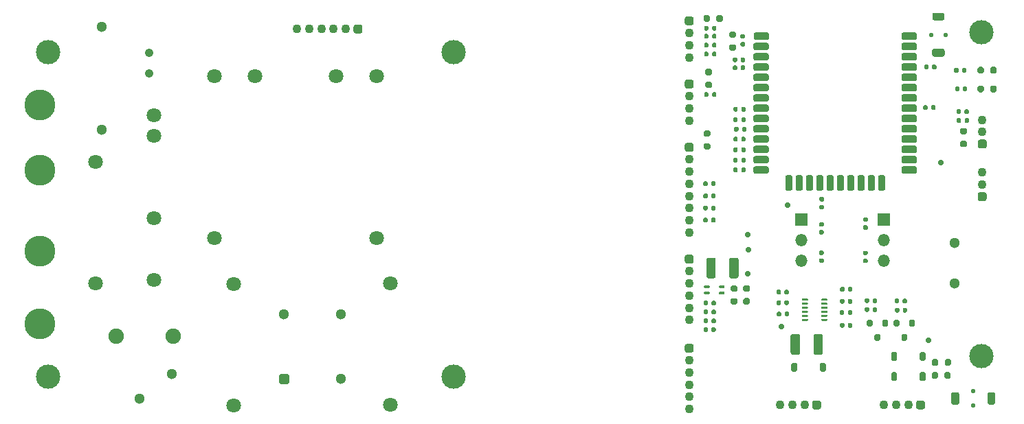
<source format=gbr>
G04 #@! TF.GenerationSoftware,KiCad,Pcbnew,(5.1.6)-1*
G04 #@! TF.CreationDate,2020-08-17T10:20:03+09:00*
G04 #@! TF.ProjectId,spot,73706f74-2e6b-4696-9361-645f70636258,rev?*
G04 #@! TF.SameCoordinates,PX1312d00PYb532b80*
G04 #@! TF.FileFunction,Soldermask,Top*
G04 #@! TF.FilePolarity,Negative*
%FSLAX46Y46*%
G04 Gerber Fmt 4.6, Leading zero omitted, Abs format (unit mm)*
G04 Created by KiCad (PCBNEW (5.1.6)-1) date 2020-08-17 10:20:03*
%MOMM*%
%LPD*%
G01*
G04 APERTURE LIST*
%ADD10C,3.800000*%
%ADD11C,0.700000*%
%ADD12C,1.100000*%
%ADD13C,1.300000*%
%ADD14C,1.800000*%
%ADD15C,3.000000*%
%ADD16C,1.900000*%
%ADD17C,1.050000*%
%ADD18C,0.550000*%
%ADD19O,1.500000X1.500000*%
%ADD20R,1.500000X1.500000*%
G04 APERTURE END LIST*
G36*
G01*
X97630000Y14557500D02*
X97630000Y14442500D01*
G75*
G02*
X97572500Y14385000I-57500J0D01*
G01*
X96927500Y14385000D01*
G75*
G02*
X96870000Y14442500I0J57500D01*
G01*
X96870000Y14557500D01*
G75*
G02*
X96927500Y14615000I57500J0D01*
G01*
X97572500Y14615000D01*
G75*
G02*
X97630000Y14557500I0J-57500D01*
G01*
G37*
G36*
G01*
X97630000Y15057500D02*
X97630000Y14942500D01*
G75*
G02*
X97572500Y14885000I-57500J0D01*
G01*
X96927500Y14885000D01*
G75*
G02*
X96870000Y14942500I0J57500D01*
G01*
X96870000Y15057500D01*
G75*
G02*
X96927500Y15115000I57500J0D01*
G01*
X97572500Y15115000D01*
G75*
G02*
X97630000Y15057500I0J-57500D01*
G01*
G37*
G36*
G01*
X97630000Y12557500D02*
X97630000Y12442500D01*
G75*
G02*
X97572500Y12385000I-57500J0D01*
G01*
X96927500Y12385000D01*
G75*
G02*
X96870000Y12442500I0J57500D01*
G01*
X96870000Y12557500D01*
G75*
G02*
X96927500Y12615000I57500J0D01*
G01*
X97572500Y12615000D01*
G75*
G02*
X97630000Y12557500I0J-57500D01*
G01*
G37*
G36*
G01*
X97630000Y14057500D02*
X97630000Y13942500D01*
G75*
G02*
X97572500Y13885000I-57500J0D01*
G01*
X96927500Y13885000D01*
G75*
G02*
X96870000Y13942500I0J57500D01*
G01*
X96870000Y14057500D01*
G75*
G02*
X96927500Y14115000I57500J0D01*
G01*
X97572500Y14115000D01*
G75*
G02*
X97630000Y14057500I0J-57500D01*
G01*
G37*
G36*
G01*
X97630000Y13557500D02*
X97630000Y13442500D01*
G75*
G02*
X97572500Y13385000I-57500J0D01*
G01*
X96927500Y13385000D01*
G75*
G02*
X96870000Y13442500I0J57500D01*
G01*
X96870000Y13557500D01*
G75*
G02*
X96927500Y13615000I57500J0D01*
G01*
X97572500Y13615000D01*
G75*
G02*
X97630000Y13557500I0J-57500D01*
G01*
G37*
G36*
G01*
X97630000Y13057500D02*
X97630000Y12942500D01*
G75*
G02*
X97572500Y12885000I-57500J0D01*
G01*
X96927500Y12885000D01*
G75*
G02*
X96870000Y12942500I0J57500D01*
G01*
X96870000Y13057500D01*
G75*
G02*
X96927500Y13115000I57500J0D01*
G01*
X97572500Y13115000D01*
G75*
G02*
X97630000Y13057500I0J-57500D01*
G01*
G37*
G36*
G01*
X100030000Y12557500D02*
X100030000Y12442500D01*
G75*
G02*
X99972500Y12385000I-57500J0D01*
G01*
X99327500Y12385000D01*
G75*
G02*
X99270000Y12442500I0J57500D01*
G01*
X99270000Y12557500D01*
G75*
G02*
X99327500Y12615000I57500J0D01*
G01*
X99972500Y12615000D01*
G75*
G02*
X100030000Y12557500I0J-57500D01*
G01*
G37*
G36*
G01*
X100030000Y14057500D02*
X100030000Y13942500D01*
G75*
G02*
X99972500Y13885000I-57500J0D01*
G01*
X99327500Y13885000D01*
G75*
G02*
X99270000Y13942500I0J57500D01*
G01*
X99270000Y14057500D01*
G75*
G02*
X99327500Y14115000I57500J0D01*
G01*
X99972500Y14115000D01*
G75*
G02*
X100030000Y14057500I0J-57500D01*
G01*
G37*
G36*
G01*
X100030000Y13057500D02*
X100030000Y12942500D01*
G75*
G02*
X99972500Y12885000I-57500J0D01*
G01*
X99327500Y12885000D01*
G75*
G02*
X99270000Y12942500I0J57500D01*
G01*
X99270000Y13057500D01*
G75*
G02*
X99327500Y13115000I57500J0D01*
G01*
X99972500Y13115000D01*
G75*
G02*
X100030000Y13057500I0J-57500D01*
G01*
G37*
G36*
G01*
X100030000Y14557500D02*
X100030000Y14442500D01*
G75*
G02*
X99972500Y14385000I-57500J0D01*
G01*
X99327500Y14385000D01*
G75*
G02*
X99270000Y14442500I0J57500D01*
G01*
X99270000Y14557500D01*
G75*
G02*
X99327500Y14615000I57500J0D01*
G01*
X99972500Y14615000D01*
G75*
G02*
X100030000Y14557500I0J-57500D01*
G01*
G37*
G36*
G01*
X100030000Y15057500D02*
X100030000Y14942500D01*
G75*
G02*
X99972500Y14885000I-57500J0D01*
G01*
X99327500Y14885000D01*
G75*
G02*
X99270000Y14942500I0J57500D01*
G01*
X99270000Y15057500D01*
G75*
G02*
X99327500Y15115000I57500J0D01*
G01*
X99972500Y15115000D01*
G75*
G02*
X100030000Y15057500I0J-57500D01*
G01*
G37*
G36*
G01*
X100030000Y13557500D02*
X100030000Y13442500D01*
G75*
G02*
X99972500Y13385000I-57500J0D01*
G01*
X99327500Y13385000D01*
G75*
G02*
X99270000Y13442500I0J57500D01*
G01*
X99270000Y13557500D01*
G75*
G02*
X99327500Y13615000I57500J0D01*
G01*
X99972500Y13615000D01*
G75*
G02*
X100030000Y13557500I0J-57500D01*
G01*
G37*
G36*
G01*
X105420000Y11660000D02*
X105060000Y11660000D01*
G75*
G02*
X104880000Y11840000I0J180000D01*
G01*
X104880000Y12350000D01*
G75*
G02*
X105060000Y12530000I180000J0D01*
G01*
X105420000Y12530000D01*
G75*
G02*
X105600000Y12350000I0J-180000D01*
G01*
X105600000Y11840000D01*
G75*
G02*
X105420000Y11660000I-180000J0D01*
G01*
G37*
G36*
G01*
X106370000Y9890000D02*
X106010000Y9890000D01*
G75*
G02*
X105830000Y10070000I0J180000D01*
G01*
X105830000Y10580000D01*
G75*
G02*
X106010000Y10760000I180000J0D01*
G01*
X106370000Y10760000D01*
G75*
G02*
X106550000Y10580000I0J-180000D01*
G01*
X106550000Y10070000D01*
G75*
G02*
X106370000Y9890000I-180000J0D01*
G01*
G37*
G36*
G01*
X107320000Y11660000D02*
X106960000Y11660000D01*
G75*
G02*
X106780000Y11840000I0J180000D01*
G01*
X106780000Y12350000D01*
G75*
G02*
X106960000Y12530000I180000J0D01*
G01*
X107320000Y12530000D01*
G75*
G02*
X107500000Y12350000I0J-180000D01*
G01*
X107500000Y11840000D01*
G75*
G02*
X107320000Y11660000I-180000J0D01*
G01*
G37*
D10*
X3000000Y31000000D03*
X3000000Y12000000D03*
X3000000Y39000000D03*
X3000000Y21000000D03*
G36*
G01*
X97595000Y30350000D02*
X98045000Y30350000D01*
G75*
G02*
X98270000Y30125000I0J-225000D01*
G01*
X98270000Y28675000D01*
G75*
G02*
X98045000Y28450000I-225000J0D01*
G01*
X97595000Y28450000D01*
G75*
G02*
X97370000Y28675000I0J225000D01*
G01*
X97370000Y30125000D01*
G75*
G02*
X97595000Y30350000I225000J0D01*
G01*
G37*
G36*
G01*
X105215000Y30350000D02*
X105665000Y30350000D01*
G75*
G02*
X105890000Y30125000I0J-225000D01*
G01*
X105890000Y28675000D01*
G75*
G02*
X105665000Y28450000I-225000J0D01*
G01*
X105215000Y28450000D01*
G75*
G02*
X104990000Y28675000I0J225000D01*
G01*
X104990000Y30125000D01*
G75*
G02*
X105215000Y30350000I225000J0D01*
G01*
G37*
G36*
G01*
X111050000Y31225000D02*
X111050000Y30775000D01*
G75*
G02*
X110825000Y30550000I-225000J0D01*
G01*
X109375000Y30550000D01*
G75*
G02*
X109150000Y30775000I0J225000D01*
G01*
X109150000Y31225000D01*
G75*
G02*
X109375000Y31450000I225000J0D01*
G01*
X110825000Y31450000D01*
G75*
G02*
X111050000Y31225000I0J-225000D01*
G01*
G37*
G36*
G01*
X111050000Y36305000D02*
X111050000Y35855000D01*
G75*
G02*
X110825000Y35630000I-225000J0D01*
G01*
X109375000Y35630000D01*
G75*
G02*
X109150000Y35855000I0J225000D01*
G01*
X109150000Y36305000D01*
G75*
G02*
X109375000Y36530000I225000J0D01*
G01*
X110825000Y36530000D01*
G75*
G02*
X111050000Y36305000I0J-225000D01*
G01*
G37*
G36*
G01*
X92800000Y41385000D02*
X92800000Y40935000D01*
G75*
G02*
X92575000Y40710000I-225000J0D01*
G01*
X91125000Y40710000D01*
G75*
G02*
X90900000Y40935000I0J225000D01*
G01*
X90900000Y41385000D01*
G75*
G02*
X91125000Y41610000I225000J0D01*
G01*
X92575000Y41610000D01*
G75*
G02*
X92800000Y41385000I0J-225000D01*
G01*
G37*
G36*
G01*
X92800000Y40115000D02*
X92800000Y39665000D01*
G75*
G02*
X92575000Y39440000I-225000J0D01*
G01*
X91125000Y39440000D01*
G75*
G02*
X90900000Y39665000I0J225000D01*
G01*
X90900000Y40115000D01*
G75*
G02*
X91125000Y40340000I225000J0D01*
G01*
X92575000Y40340000D01*
G75*
G02*
X92800000Y40115000I0J-225000D01*
G01*
G37*
G36*
G01*
X111050000Y38845000D02*
X111050000Y38395000D01*
G75*
G02*
X110825000Y38170000I-225000J0D01*
G01*
X109375000Y38170000D01*
G75*
G02*
X109150000Y38395000I0J225000D01*
G01*
X109150000Y38845000D01*
G75*
G02*
X109375000Y39070000I225000J0D01*
G01*
X110825000Y39070000D01*
G75*
G02*
X111050000Y38845000I0J-225000D01*
G01*
G37*
G36*
G01*
X92800000Y32495000D02*
X92800000Y32045000D01*
G75*
G02*
X92575000Y31820000I-225000J0D01*
G01*
X91125000Y31820000D01*
G75*
G02*
X90900000Y32045000I0J225000D01*
G01*
X90900000Y32495000D01*
G75*
G02*
X91125000Y32720000I225000J0D01*
G01*
X92575000Y32720000D01*
G75*
G02*
X92800000Y32495000I0J-225000D01*
G01*
G37*
G36*
G01*
X111050000Y43925000D02*
X111050000Y43475000D01*
G75*
G02*
X110825000Y43250000I-225000J0D01*
G01*
X109375000Y43250000D01*
G75*
G02*
X109150000Y43475000I0J225000D01*
G01*
X109150000Y43925000D01*
G75*
G02*
X109375000Y44150000I225000J0D01*
G01*
X110825000Y44150000D01*
G75*
G02*
X111050000Y43925000I0J-225000D01*
G01*
G37*
G36*
G01*
X111050000Y37575000D02*
X111050000Y37125000D01*
G75*
G02*
X110825000Y36900000I-225000J0D01*
G01*
X109375000Y36900000D01*
G75*
G02*
X109150000Y37125000I0J225000D01*
G01*
X109150000Y37575000D01*
G75*
G02*
X109375000Y37800000I225000J0D01*
G01*
X110825000Y37800000D01*
G75*
G02*
X111050000Y37575000I0J-225000D01*
G01*
G37*
G36*
G01*
X103945000Y30350000D02*
X104395000Y30350000D01*
G75*
G02*
X104620000Y30125000I0J-225000D01*
G01*
X104620000Y28675000D01*
G75*
G02*
X104395000Y28450000I-225000J0D01*
G01*
X103945000Y28450000D01*
G75*
G02*
X103720000Y28675000I0J225000D01*
G01*
X103720000Y30125000D01*
G75*
G02*
X103945000Y30350000I225000J0D01*
G01*
G37*
G36*
G01*
X95055000Y30350000D02*
X95505000Y30350000D01*
G75*
G02*
X95730000Y30125000I0J-225000D01*
G01*
X95730000Y28675000D01*
G75*
G02*
X95505000Y28450000I-225000J0D01*
G01*
X95055000Y28450000D01*
G75*
G02*
X94830000Y28675000I0J225000D01*
G01*
X94830000Y30125000D01*
G75*
G02*
X95055000Y30350000I225000J0D01*
G01*
G37*
G36*
G01*
X101405000Y30350000D02*
X101855000Y30350000D01*
G75*
G02*
X102080000Y30125000I0J-225000D01*
G01*
X102080000Y28675000D01*
G75*
G02*
X101855000Y28450000I-225000J0D01*
G01*
X101405000Y28450000D01*
G75*
G02*
X101180000Y28675000I0J225000D01*
G01*
X101180000Y30125000D01*
G75*
G02*
X101405000Y30350000I225000J0D01*
G01*
G37*
G36*
G01*
X92800000Y31225000D02*
X92800000Y30775000D01*
G75*
G02*
X92575000Y30550000I-225000J0D01*
G01*
X91125000Y30550000D01*
G75*
G02*
X90900000Y30775000I0J225000D01*
G01*
X90900000Y31225000D01*
G75*
G02*
X91125000Y31450000I225000J0D01*
G01*
X92575000Y31450000D01*
G75*
G02*
X92800000Y31225000I0J-225000D01*
G01*
G37*
G36*
G01*
X111050000Y47735000D02*
X111050000Y47285000D01*
G75*
G02*
X110825000Y47060000I-225000J0D01*
G01*
X109375000Y47060000D01*
G75*
G02*
X109150000Y47285000I0J225000D01*
G01*
X109150000Y47735000D01*
G75*
G02*
X109375000Y47960000I225000J0D01*
G01*
X110825000Y47960000D01*
G75*
G02*
X111050000Y47735000I0J-225000D01*
G01*
G37*
G36*
G01*
X92800000Y37575000D02*
X92800000Y37125000D01*
G75*
G02*
X92575000Y36900000I-225000J0D01*
G01*
X91125000Y36900000D01*
G75*
G02*
X90900000Y37125000I0J225000D01*
G01*
X90900000Y37575000D01*
G75*
G02*
X91125000Y37800000I225000J0D01*
G01*
X92575000Y37800000D01*
G75*
G02*
X92800000Y37575000I0J-225000D01*
G01*
G37*
G36*
G01*
X92850000Y47735000D02*
X92850000Y47285000D01*
G75*
G02*
X92625000Y47060000I-225000J0D01*
G01*
X91175000Y47060000D01*
G75*
G02*
X90950000Y47285000I0J225000D01*
G01*
X90950000Y47735000D01*
G75*
G02*
X91175000Y47960000I225000J0D01*
G01*
X92625000Y47960000D01*
G75*
G02*
X92850000Y47735000I0J-225000D01*
G01*
G37*
G36*
G01*
X111050000Y45195000D02*
X111050000Y44745000D01*
G75*
G02*
X110825000Y44520000I-225000J0D01*
G01*
X109375000Y44520000D01*
G75*
G02*
X109150000Y44745000I0J225000D01*
G01*
X109150000Y45195000D01*
G75*
G02*
X109375000Y45420000I225000J0D01*
G01*
X110825000Y45420000D01*
G75*
G02*
X111050000Y45195000I0J-225000D01*
G01*
G37*
G36*
G01*
X92800000Y43925000D02*
X92800000Y43475000D01*
G75*
G02*
X92575000Y43250000I-225000J0D01*
G01*
X91125000Y43250000D01*
G75*
G02*
X90900000Y43475000I0J225000D01*
G01*
X90900000Y43925000D01*
G75*
G02*
X91125000Y44150000I225000J0D01*
G01*
X92575000Y44150000D01*
G75*
G02*
X92800000Y43925000I0J-225000D01*
G01*
G37*
G36*
G01*
X92800000Y42655000D02*
X92800000Y42205000D01*
G75*
G02*
X92575000Y41980000I-225000J0D01*
G01*
X91125000Y41980000D01*
G75*
G02*
X90900000Y42205000I0J225000D01*
G01*
X90900000Y42655000D01*
G75*
G02*
X91125000Y42880000I225000J0D01*
G01*
X92575000Y42880000D01*
G75*
G02*
X92800000Y42655000I0J-225000D01*
G01*
G37*
G36*
G01*
X102675000Y30350000D02*
X103125000Y30350000D01*
G75*
G02*
X103350000Y30125000I0J-225000D01*
G01*
X103350000Y28675000D01*
G75*
G02*
X103125000Y28450000I-225000J0D01*
G01*
X102675000Y28450000D01*
G75*
G02*
X102450000Y28675000I0J225000D01*
G01*
X102450000Y30125000D01*
G75*
G02*
X102675000Y30350000I225000J0D01*
G01*
G37*
G36*
G01*
X92800000Y36305000D02*
X92800000Y35855000D01*
G75*
G02*
X92575000Y35630000I-225000J0D01*
G01*
X91125000Y35630000D01*
G75*
G02*
X90900000Y35855000I0J225000D01*
G01*
X90900000Y36305000D01*
G75*
G02*
X91125000Y36530000I225000J0D01*
G01*
X92575000Y36530000D01*
G75*
G02*
X92800000Y36305000I0J-225000D01*
G01*
G37*
G36*
G01*
X111050000Y42655000D02*
X111050000Y42205000D01*
G75*
G02*
X110825000Y41980000I-225000J0D01*
G01*
X109375000Y41980000D01*
G75*
G02*
X109150000Y42205000I0J225000D01*
G01*
X109150000Y42655000D01*
G75*
G02*
X109375000Y42880000I225000J0D01*
G01*
X110825000Y42880000D01*
G75*
G02*
X111050000Y42655000I0J-225000D01*
G01*
G37*
G36*
G01*
X92800000Y45195000D02*
X92800000Y44745000D01*
G75*
G02*
X92575000Y44520000I-225000J0D01*
G01*
X91125000Y44520000D01*
G75*
G02*
X90900000Y44745000I0J225000D01*
G01*
X90900000Y45195000D01*
G75*
G02*
X91125000Y45420000I225000J0D01*
G01*
X92575000Y45420000D01*
G75*
G02*
X92800000Y45195000I0J-225000D01*
G01*
G37*
G36*
G01*
X92800000Y38845000D02*
X92800000Y38395000D01*
G75*
G02*
X92575000Y38170000I-225000J0D01*
G01*
X91125000Y38170000D01*
G75*
G02*
X90900000Y38395000I0J225000D01*
G01*
X90900000Y38845000D01*
G75*
G02*
X91125000Y39070000I225000J0D01*
G01*
X92575000Y39070000D01*
G75*
G02*
X92800000Y38845000I0J-225000D01*
G01*
G37*
G36*
G01*
X111050000Y40115000D02*
X111050000Y39665000D01*
G75*
G02*
X110825000Y39440000I-225000J0D01*
G01*
X109375000Y39440000D01*
G75*
G02*
X109150000Y39665000I0J225000D01*
G01*
X109150000Y40115000D01*
G75*
G02*
X109375000Y40340000I225000J0D01*
G01*
X110825000Y40340000D01*
G75*
G02*
X111050000Y40115000I0J-225000D01*
G01*
G37*
G36*
G01*
X100135000Y30350000D02*
X100585000Y30350000D01*
G75*
G02*
X100810000Y30125000I0J-225000D01*
G01*
X100810000Y28675000D01*
G75*
G02*
X100585000Y28450000I-225000J0D01*
G01*
X100135000Y28450000D01*
G75*
G02*
X99910000Y28675000I0J225000D01*
G01*
X99910000Y30125000D01*
G75*
G02*
X100135000Y30350000I225000J0D01*
G01*
G37*
G36*
G01*
X111050000Y32495000D02*
X111050000Y32045000D01*
G75*
G02*
X110825000Y31820000I-225000J0D01*
G01*
X109375000Y31820000D01*
G75*
G02*
X109150000Y32045000I0J225000D01*
G01*
X109150000Y32495000D01*
G75*
G02*
X109375000Y32720000I225000J0D01*
G01*
X110825000Y32720000D01*
G75*
G02*
X111050000Y32495000I0J-225000D01*
G01*
G37*
G36*
G01*
X92800000Y33765000D02*
X92800000Y33315000D01*
G75*
G02*
X92575000Y33090000I-225000J0D01*
G01*
X91125000Y33090000D01*
G75*
G02*
X90900000Y33315000I0J225000D01*
G01*
X90900000Y33765000D01*
G75*
G02*
X91125000Y33990000I225000J0D01*
G01*
X92575000Y33990000D01*
G75*
G02*
X92800000Y33765000I0J-225000D01*
G01*
G37*
G36*
G01*
X111050000Y35035000D02*
X111050000Y34585000D01*
G75*
G02*
X110825000Y34360000I-225000J0D01*
G01*
X109375000Y34360000D01*
G75*
G02*
X109150000Y34585000I0J225000D01*
G01*
X109150000Y35035000D01*
G75*
G02*
X109375000Y35260000I225000J0D01*
G01*
X110825000Y35260000D01*
G75*
G02*
X111050000Y35035000I0J-225000D01*
G01*
G37*
G36*
G01*
X111050000Y33765000D02*
X111050000Y33315000D01*
G75*
G02*
X110825000Y33090000I-225000J0D01*
G01*
X109375000Y33090000D01*
G75*
G02*
X109150000Y33315000I0J225000D01*
G01*
X109150000Y33765000D01*
G75*
G02*
X109375000Y33990000I225000J0D01*
G01*
X110825000Y33990000D01*
G75*
G02*
X111050000Y33765000I0J-225000D01*
G01*
G37*
G36*
G01*
X111050000Y46465000D02*
X111050000Y46015000D01*
G75*
G02*
X110825000Y45790000I-225000J0D01*
G01*
X109375000Y45790000D01*
G75*
G02*
X109150000Y46015000I0J225000D01*
G01*
X109150000Y46465000D01*
G75*
G02*
X109375000Y46690000I225000J0D01*
G01*
X110825000Y46690000D01*
G75*
G02*
X111050000Y46465000I0J-225000D01*
G01*
G37*
G36*
G01*
X98865000Y30350000D02*
X99315000Y30350000D01*
G75*
G02*
X99540000Y30125000I0J-225000D01*
G01*
X99540000Y28675000D01*
G75*
G02*
X99315000Y28450000I-225000J0D01*
G01*
X98865000Y28450000D01*
G75*
G02*
X98640000Y28675000I0J225000D01*
G01*
X98640000Y30125000D01*
G75*
G02*
X98865000Y30350000I225000J0D01*
G01*
G37*
G36*
G01*
X106485000Y30350000D02*
X106935000Y30350000D01*
G75*
G02*
X107160000Y30125000I0J-225000D01*
G01*
X107160000Y28675000D01*
G75*
G02*
X106935000Y28450000I-225000J0D01*
G01*
X106485000Y28450000D01*
G75*
G02*
X106260000Y28675000I0J225000D01*
G01*
X106260000Y30125000D01*
G75*
G02*
X106485000Y30350000I225000J0D01*
G01*
G37*
G36*
G01*
X92800000Y35035000D02*
X92800000Y34585000D01*
G75*
G02*
X92575000Y34360000I-225000J0D01*
G01*
X91125000Y34360000D01*
G75*
G02*
X90900000Y34585000I0J225000D01*
G01*
X90900000Y35035000D01*
G75*
G02*
X91125000Y35260000I225000J0D01*
G01*
X92575000Y35260000D01*
G75*
G02*
X92800000Y35035000I0J-225000D01*
G01*
G37*
G36*
G01*
X92800000Y46465000D02*
X92800000Y46015000D01*
G75*
G02*
X92575000Y45790000I-225000J0D01*
G01*
X91125000Y45790000D01*
G75*
G02*
X90900000Y46015000I0J225000D01*
G01*
X90900000Y46465000D01*
G75*
G02*
X91125000Y46690000I225000J0D01*
G01*
X92575000Y46690000D01*
G75*
G02*
X92800000Y46465000I0J-225000D01*
G01*
G37*
G36*
G01*
X96325000Y30350000D02*
X96775000Y30350000D01*
G75*
G02*
X97000000Y30125000I0J-225000D01*
G01*
X97000000Y28675000D01*
G75*
G02*
X96775000Y28450000I-225000J0D01*
G01*
X96325000Y28450000D01*
G75*
G02*
X96100000Y28675000I0J225000D01*
G01*
X96100000Y30125000D01*
G75*
G02*
X96325000Y30350000I225000J0D01*
G01*
G37*
G36*
G01*
X111050000Y41385000D02*
X111050000Y40935000D01*
G75*
G02*
X110825000Y40710000I-225000J0D01*
G01*
X109375000Y40710000D01*
G75*
G02*
X109150000Y40935000I0J225000D01*
G01*
X109150000Y41385000D01*
G75*
G02*
X109375000Y41610000I225000J0D01*
G01*
X110825000Y41610000D01*
G75*
G02*
X111050000Y41385000I0J-225000D01*
G01*
G37*
D11*
X95100000Y26650000D03*
G36*
G01*
X88581250Y47300000D02*
X88118750Y47300000D01*
G75*
G02*
X87925000Y47493750I0J193750D01*
G01*
X87925000Y47881250D01*
G75*
G02*
X88118750Y48075000I193750J0D01*
G01*
X88581250Y48075000D01*
G75*
G02*
X88775000Y47881250I0J-193750D01*
G01*
X88775000Y47493750D01*
G75*
G02*
X88581250Y47300000I-193750J0D01*
G01*
G37*
G36*
G01*
X88581250Y45725000D02*
X88118750Y45725000D01*
G75*
G02*
X87925000Y45918750I0J193750D01*
G01*
X87925000Y46306250D01*
G75*
G02*
X88118750Y46500000I193750J0D01*
G01*
X88581250Y46500000D01*
G75*
G02*
X88775000Y46306250I0J-193750D01*
G01*
X88775000Y45918750D01*
G75*
G02*
X88581250Y45725000I-193750J0D01*
G01*
G37*
G36*
G01*
X86280000Y11460000D02*
X86280000Y11140000D01*
G75*
G02*
X86145000Y11005000I-135000J0D01*
G01*
X85875000Y11005000D01*
G75*
G02*
X85740000Y11140000I0J135000D01*
G01*
X85740000Y11460000D01*
G75*
G02*
X85875000Y11595000I135000J0D01*
G01*
X86145000Y11595000D01*
G75*
G02*
X86280000Y11460000I0J-135000D01*
G01*
G37*
G36*
G01*
X85310000Y11460000D02*
X85310000Y11140000D01*
G75*
G02*
X85175000Y11005000I-135000J0D01*
G01*
X84905000Y11005000D01*
G75*
G02*
X84770000Y11140000I0J135000D01*
G01*
X84770000Y11460000D01*
G75*
G02*
X84905000Y11595000I135000J0D01*
G01*
X85175000Y11595000D01*
G75*
G02*
X85310000Y11460000I0J-135000D01*
G01*
G37*
X113975000Y31950000D03*
X94325000Y11675000D03*
X90250000Y23000000D03*
X90200000Y18200000D03*
X112500000Y10000000D03*
X90300000Y21125000D03*
G36*
G01*
X119300000Y41231250D02*
X119300000Y40768750D01*
G75*
G02*
X119106250Y40575000I-193750J0D01*
G01*
X118718750Y40575000D01*
G75*
G02*
X118525000Y40768750I0J193750D01*
G01*
X118525000Y41231250D01*
G75*
G02*
X118718750Y41425000I193750J0D01*
G01*
X119106250Y41425000D01*
G75*
G02*
X119300000Y41231250I0J-193750D01*
G01*
G37*
G36*
G01*
X120875000Y41231250D02*
X120875000Y40768750D01*
G75*
G02*
X120681250Y40575000I-193750J0D01*
G01*
X120293750Y40575000D01*
G75*
G02*
X120100000Y40768750I0J193750D01*
G01*
X120100000Y41231250D01*
G75*
G02*
X120293750Y41425000I193750J0D01*
G01*
X120681250Y41425000D01*
G75*
G02*
X120875000Y41231250I0J-193750D01*
G01*
G37*
G36*
G01*
X119300000Y43531250D02*
X119300000Y43068750D01*
G75*
G02*
X119106250Y42875000I-193750J0D01*
G01*
X118718750Y42875000D01*
G75*
G02*
X118525000Y43068750I0J193750D01*
G01*
X118525000Y43531250D01*
G75*
G02*
X118718750Y43725000I193750J0D01*
G01*
X119106250Y43725000D01*
G75*
G02*
X119300000Y43531250I0J-193750D01*
G01*
G37*
G36*
G01*
X120875000Y43531250D02*
X120875000Y43068750D01*
G75*
G02*
X120681250Y42875000I-193750J0D01*
G01*
X120293750Y42875000D01*
G75*
G02*
X120100000Y43068750I0J193750D01*
G01*
X120100000Y43531250D01*
G75*
G02*
X120293750Y43725000I193750J0D01*
G01*
X120681250Y43725000D01*
G75*
G02*
X120875000Y43531250I0J-193750D01*
G01*
G37*
G36*
G01*
X95305000Y13385000D02*
X95305000Y13065000D01*
G75*
G02*
X95170000Y12930000I-135000J0D01*
G01*
X94900000Y12930000D01*
G75*
G02*
X94765000Y13065000I0J135000D01*
G01*
X94765000Y13385000D01*
G75*
G02*
X94900000Y13520000I135000J0D01*
G01*
X95170000Y13520000D01*
G75*
G02*
X95305000Y13385000I0J-135000D01*
G01*
G37*
G36*
G01*
X94335000Y13385000D02*
X94335000Y13065000D01*
G75*
G02*
X94200000Y12930000I-135000J0D01*
G01*
X93930000Y12930000D01*
G75*
G02*
X93795000Y13065000I0J135000D01*
G01*
X93795000Y13385000D01*
G75*
G02*
X93930000Y13520000I135000J0D01*
G01*
X94200000Y13520000D01*
G75*
G02*
X94335000Y13385000I0J-135000D01*
G01*
G37*
G36*
G01*
X103085000Y11995000D02*
X103085000Y11675000D01*
G75*
G02*
X102950000Y11540000I-135000J0D01*
G01*
X102680000Y11540000D01*
G75*
G02*
X102545000Y11675000I0J135000D01*
G01*
X102545000Y11995000D01*
G75*
G02*
X102680000Y12130000I135000J0D01*
G01*
X102950000Y12130000D01*
G75*
G02*
X103085000Y11995000I0J-135000D01*
G01*
G37*
G36*
G01*
X102115000Y11995000D02*
X102115000Y11675000D01*
G75*
G02*
X101980000Y11540000I-135000J0D01*
G01*
X101710000Y11540000D01*
G75*
G02*
X101575000Y11675000I0J135000D01*
G01*
X101575000Y11995000D01*
G75*
G02*
X101710000Y12130000I135000J0D01*
G01*
X101980000Y12130000D01*
G75*
G02*
X102115000Y11995000I0J-135000D01*
G01*
G37*
G36*
G01*
X103075000Y13560000D02*
X103075000Y13240000D01*
G75*
G02*
X102940000Y13105000I-135000J0D01*
G01*
X102670000Y13105000D01*
G75*
G02*
X102535000Y13240000I0J135000D01*
G01*
X102535000Y13560000D01*
G75*
G02*
X102670000Y13695000I135000J0D01*
G01*
X102940000Y13695000D01*
G75*
G02*
X103075000Y13560000I0J-135000D01*
G01*
G37*
G36*
G01*
X102105000Y13560000D02*
X102105000Y13240000D01*
G75*
G02*
X101970000Y13105000I-135000J0D01*
G01*
X101700000Y13105000D01*
G75*
G02*
X101565000Y13240000I0J135000D01*
G01*
X101565000Y13560000D01*
G75*
G02*
X101700000Y13695000I135000J0D01*
G01*
X101970000Y13695000D01*
G75*
G02*
X102105000Y13560000I0J-135000D01*
G01*
G37*
G36*
G01*
X103095000Y14960000D02*
X103095000Y14640000D01*
G75*
G02*
X102960000Y14505000I-135000J0D01*
G01*
X102690000Y14505000D01*
G75*
G02*
X102555000Y14640000I0J135000D01*
G01*
X102555000Y14960000D01*
G75*
G02*
X102690000Y15095000I135000J0D01*
G01*
X102960000Y15095000D01*
G75*
G02*
X103095000Y14960000I0J-135000D01*
G01*
G37*
G36*
G01*
X102125000Y14960000D02*
X102125000Y14640000D01*
G75*
G02*
X101990000Y14505000I-135000J0D01*
G01*
X101720000Y14505000D01*
G75*
G02*
X101585000Y14640000I0J135000D01*
G01*
X101585000Y14960000D01*
G75*
G02*
X101720000Y15095000I135000J0D01*
G01*
X101990000Y15095000D01*
G75*
G02*
X102125000Y14960000I0J-135000D01*
G01*
G37*
G36*
G01*
X101595000Y16120000D02*
X101595000Y16440000D01*
G75*
G02*
X101730000Y16575000I135000J0D01*
G01*
X102000000Y16575000D01*
G75*
G02*
X102135000Y16440000I0J-135000D01*
G01*
X102135000Y16120000D01*
G75*
G02*
X102000000Y15985000I-135000J0D01*
G01*
X101730000Y15985000D01*
G75*
G02*
X101595000Y16120000I0J135000D01*
G01*
G37*
G36*
G01*
X102565000Y16120000D02*
X102565000Y16440000D01*
G75*
G02*
X102700000Y16575000I135000J0D01*
G01*
X102970000Y16575000D01*
G75*
G02*
X103105000Y16440000I0J-135000D01*
G01*
X103105000Y16120000D01*
G75*
G02*
X102970000Y15985000I-135000J0D01*
G01*
X102700000Y15985000D01*
G75*
G02*
X102565000Y16120000I0J135000D01*
G01*
G37*
G36*
G01*
X108345000Y13540000D02*
X108345000Y13860000D01*
G75*
G02*
X108480000Y13995000I135000J0D01*
G01*
X108750000Y13995000D01*
G75*
G02*
X108885000Y13860000I0J-135000D01*
G01*
X108885000Y13540000D01*
G75*
G02*
X108750000Y13405000I-135000J0D01*
G01*
X108480000Y13405000D01*
G75*
G02*
X108345000Y13540000I0J135000D01*
G01*
G37*
G36*
G01*
X109315000Y13540000D02*
X109315000Y13860000D01*
G75*
G02*
X109450000Y13995000I135000J0D01*
G01*
X109720000Y13995000D01*
G75*
G02*
X109855000Y13860000I0J-135000D01*
G01*
X109855000Y13540000D01*
G75*
G02*
X109720000Y13405000I-135000J0D01*
G01*
X109450000Y13405000D01*
G75*
G02*
X109315000Y13540000I0J135000D01*
G01*
G37*
G36*
G01*
X104645000Y13615000D02*
X104645000Y13935000D01*
G75*
G02*
X104780000Y14070000I135000J0D01*
G01*
X105050000Y14070000D01*
G75*
G02*
X105185000Y13935000I0J-135000D01*
G01*
X105185000Y13615000D01*
G75*
G02*
X105050000Y13480000I-135000J0D01*
G01*
X104780000Y13480000D01*
G75*
G02*
X104645000Y13615000I0J135000D01*
G01*
G37*
G36*
G01*
X105615000Y13615000D02*
X105615000Y13935000D01*
G75*
G02*
X105750000Y14070000I135000J0D01*
G01*
X106020000Y14070000D01*
G75*
G02*
X106155000Y13935000I0J-135000D01*
G01*
X106155000Y13615000D01*
G75*
G02*
X106020000Y13480000I-135000J0D01*
G01*
X105750000Y13480000D01*
G75*
G02*
X105615000Y13615000I0J135000D01*
G01*
G37*
G36*
G01*
X108320000Y14665000D02*
X108320000Y14985000D01*
G75*
G02*
X108455000Y15120000I135000J0D01*
G01*
X108725000Y15120000D01*
G75*
G02*
X108860000Y14985000I0J-135000D01*
G01*
X108860000Y14665000D01*
G75*
G02*
X108725000Y14530000I-135000J0D01*
G01*
X108455000Y14530000D01*
G75*
G02*
X108320000Y14665000I0J135000D01*
G01*
G37*
G36*
G01*
X109290000Y14665000D02*
X109290000Y14985000D01*
G75*
G02*
X109425000Y15120000I135000J0D01*
G01*
X109695000Y15120000D01*
G75*
G02*
X109830000Y14985000I0J-135000D01*
G01*
X109830000Y14665000D01*
G75*
G02*
X109695000Y14530000I-135000J0D01*
G01*
X109425000Y14530000D01*
G75*
G02*
X109290000Y14665000I0J135000D01*
G01*
G37*
G36*
G01*
X104645000Y14715000D02*
X104645000Y15035000D01*
G75*
G02*
X104780000Y15170000I135000J0D01*
G01*
X105050000Y15170000D01*
G75*
G02*
X105185000Y15035000I0J-135000D01*
G01*
X105185000Y14715000D01*
G75*
G02*
X105050000Y14580000I-135000J0D01*
G01*
X104780000Y14580000D01*
G75*
G02*
X104645000Y14715000I0J135000D01*
G01*
G37*
G36*
G01*
X105615000Y14715000D02*
X105615000Y15035000D01*
G75*
G02*
X105750000Y15170000I135000J0D01*
G01*
X106020000Y15170000D01*
G75*
G02*
X106155000Y15035000I0J-135000D01*
G01*
X106155000Y14715000D01*
G75*
G02*
X106020000Y14580000I-135000J0D01*
G01*
X105750000Y14580000D01*
G75*
G02*
X105615000Y14715000I0J135000D01*
G01*
G37*
G36*
G01*
X88445000Y33340000D02*
X88445000Y33660000D01*
G75*
G02*
X88580000Y33795000I135000J0D01*
G01*
X88850000Y33795000D01*
G75*
G02*
X88985000Y33660000I0J-135000D01*
G01*
X88985000Y33340000D01*
G75*
G02*
X88850000Y33205000I-135000J0D01*
G01*
X88580000Y33205000D01*
G75*
G02*
X88445000Y33340000I0J135000D01*
G01*
G37*
G36*
G01*
X89415000Y33340000D02*
X89415000Y33660000D01*
G75*
G02*
X89550000Y33795000I135000J0D01*
G01*
X89820000Y33795000D01*
G75*
G02*
X89955000Y33660000I0J-135000D01*
G01*
X89955000Y33340000D01*
G75*
G02*
X89820000Y33205000I-135000J0D01*
G01*
X89550000Y33205000D01*
G75*
G02*
X89415000Y33340000I0J135000D01*
G01*
G37*
G36*
G01*
X88445000Y34640000D02*
X88445000Y34960000D01*
G75*
G02*
X88580000Y35095000I135000J0D01*
G01*
X88850000Y35095000D01*
G75*
G02*
X88985000Y34960000I0J-135000D01*
G01*
X88985000Y34640000D01*
G75*
G02*
X88850000Y34505000I-135000J0D01*
G01*
X88580000Y34505000D01*
G75*
G02*
X88445000Y34640000I0J135000D01*
G01*
G37*
G36*
G01*
X89415000Y34640000D02*
X89415000Y34960000D01*
G75*
G02*
X89550000Y35095000I135000J0D01*
G01*
X89820000Y35095000D01*
G75*
G02*
X89955000Y34960000I0J-135000D01*
G01*
X89955000Y34640000D01*
G75*
G02*
X89820000Y34505000I-135000J0D01*
G01*
X89550000Y34505000D01*
G75*
G02*
X89415000Y34640000I0J135000D01*
G01*
G37*
G36*
G01*
X113675000Y7481250D02*
X113675000Y7018750D01*
G75*
G02*
X113481250Y6825000I-193750J0D01*
G01*
X113093750Y6825000D01*
G75*
G02*
X112900000Y7018750I0J193750D01*
G01*
X112900000Y7481250D01*
G75*
G02*
X113093750Y7675000I193750J0D01*
G01*
X113481250Y7675000D01*
G75*
G02*
X113675000Y7481250I0J-193750D01*
G01*
G37*
G36*
G01*
X115250000Y7481250D02*
X115250000Y7018750D01*
G75*
G02*
X115056250Y6825000I-193750J0D01*
G01*
X114668750Y6825000D01*
G75*
G02*
X114475000Y7018750I0J193750D01*
G01*
X114475000Y7481250D01*
G75*
G02*
X114668750Y7675000I193750J0D01*
G01*
X115056250Y7675000D01*
G75*
G02*
X115250000Y7481250I0J-193750D01*
G01*
G37*
G36*
G01*
X113650000Y5881250D02*
X113650000Y5418750D01*
G75*
G02*
X113456250Y5225000I-193750J0D01*
G01*
X113068750Y5225000D01*
G75*
G02*
X112875000Y5418750I0J193750D01*
G01*
X112875000Y5881250D01*
G75*
G02*
X113068750Y6075000I193750J0D01*
G01*
X113456250Y6075000D01*
G75*
G02*
X113650000Y5881250I0J-193750D01*
G01*
G37*
G36*
G01*
X115225000Y5881250D02*
X115225000Y5418750D01*
G75*
G02*
X115031250Y5225000I-193750J0D01*
G01*
X114643750Y5225000D01*
G75*
G02*
X114450000Y5418750I0J193750D01*
G01*
X114450000Y5881250D01*
G75*
G02*
X114643750Y6075000I193750J0D01*
G01*
X115031250Y6075000D01*
G75*
G02*
X115225000Y5881250I0J-193750D01*
G01*
G37*
G36*
G01*
X90306250Y15990000D02*
X89843750Y15990000D01*
G75*
G02*
X89650000Y16183750I0J193750D01*
G01*
X89650000Y16571250D01*
G75*
G02*
X89843750Y16765000I193750J0D01*
G01*
X90306250Y16765000D01*
G75*
G02*
X90500000Y16571250I0J-193750D01*
G01*
X90500000Y16183750D01*
G75*
G02*
X90306250Y15990000I-193750J0D01*
G01*
G37*
G36*
G01*
X90306250Y14415000D02*
X89843750Y14415000D01*
G75*
G02*
X89650000Y14608750I0J193750D01*
G01*
X89650000Y14996250D01*
G75*
G02*
X89843750Y15190000I193750J0D01*
G01*
X90306250Y15190000D01*
G75*
G02*
X90500000Y14996250I0J-193750D01*
G01*
X90500000Y14608750D01*
G75*
G02*
X90306250Y14415000I-193750J0D01*
G01*
G37*
G36*
G01*
X108735000Y11670000D02*
X108375000Y11670000D01*
G75*
G02*
X108195000Y11850000I0J180000D01*
G01*
X108195000Y12360000D01*
G75*
G02*
X108375000Y12540000I180000J0D01*
G01*
X108735000Y12540000D01*
G75*
G02*
X108915000Y12360000I0J-180000D01*
G01*
X108915000Y11850000D01*
G75*
G02*
X108735000Y11670000I-180000J0D01*
G01*
G37*
G36*
G01*
X109685000Y9900000D02*
X109325000Y9900000D01*
G75*
G02*
X109145000Y10080000I0J180000D01*
G01*
X109145000Y10590000D01*
G75*
G02*
X109325000Y10770000I180000J0D01*
G01*
X109685000Y10770000D01*
G75*
G02*
X109865000Y10590000I0J-180000D01*
G01*
X109865000Y10080000D01*
G75*
G02*
X109685000Y9900000I-180000J0D01*
G01*
G37*
G36*
G01*
X110635000Y11670000D02*
X110275000Y11670000D01*
G75*
G02*
X110095000Y11850000I0J180000D01*
G01*
X110095000Y12360000D01*
G75*
G02*
X110275000Y12540000I180000J0D01*
G01*
X110635000Y12540000D01*
G75*
G02*
X110815000Y12360000I0J-180000D01*
G01*
X110815000Y11850000D01*
G75*
G02*
X110635000Y11670000I-180000J0D01*
G01*
G37*
D12*
X107000000Y2000000D03*
G36*
G01*
X112050000Y2275000D02*
X112050000Y1725000D01*
G75*
G02*
X111775000Y1450000I-275000J0D01*
G01*
X111225000Y1450000D01*
G75*
G02*
X110950000Y1725000I0J275000D01*
G01*
X110950000Y2275000D01*
G75*
G02*
X111225000Y2550000I275000J0D01*
G01*
X111775000Y2550000D01*
G75*
G02*
X112050000Y2275000I0J-275000D01*
G01*
G37*
X110000000Y2000000D03*
X108500000Y2000000D03*
G36*
G01*
X96137500Y6100000D02*
X95762500Y6100000D01*
G75*
G02*
X95575000Y6287500I0J187500D01*
G01*
X95575000Y7012500D01*
G75*
G02*
X95762500Y7200000I187500J0D01*
G01*
X96137500Y7200000D01*
G75*
G02*
X96325000Y7012500I0J-187500D01*
G01*
X96325000Y6287500D01*
G75*
G02*
X96137500Y6100000I-187500J0D01*
G01*
G37*
G36*
G01*
X99262500Y7200000D02*
X99637500Y7200000D01*
G75*
G02*
X99825000Y7012500I0J-187500D01*
G01*
X99825000Y6287500D01*
G75*
G02*
X99637500Y6100000I-187500J0D01*
G01*
X99262500Y6100000D01*
G75*
G02*
X99075000Y6287500I0J187500D01*
G01*
X99075000Y7012500D01*
G75*
G02*
X99262500Y7200000I187500J0D01*
G01*
G37*
G36*
G01*
X111562500Y8550000D02*
X111937500Y8550000D01*
G75*
G02*
X112125000Y8362500I0J-187500D01*
G01*
X112125000Y7637500D01*
G75*
G02*
X111937500Y7450000I-187500J0D01*
G01*
X111562500Y7450000D01*
G75*
G02*
X111375000Y7637500I0J187500D01*
G01*
X111375000Y8362500D01*
G75*
G02*
X111562500Y8550000I187500J0D01*
G01*
G37*
G36*
G01*
X108437500Y7450000D02*
X108062500Y7450000D01*
G75*
G02*
X107875000Y7637500I0J187500D01*
G01*
X107875000Y8362500D01*
G75*
G02*
X108062500Y8550000I187500J0D01*
G01*
X108437500Y8550000D01*
G75*
G02*
X108625000Y8362500I0J-187500D01*
G01*
X108625000Y7637500D01*
G75*
G02*
X108437500Y7450000I-187500J0D01*
G01*
G37*
G36*
G01*
X111562500Y6050000D02*
X111937500Y6050000D01*
G75*
G02*
X112125000Y5862500I0J-187500D01*
G01*
X112125000Y5137500D01*
G75*
G02*
X111937500Y4950000I-187500J0D01*
G01*
X111562500Y4950000D01*
G75*
G02*
X111375000Y5137500I0J187500D01*
G01*
X111375000Y5862500D01*
G75*
G02*
X111562500Y6050000I187500J0D01*
G01*
G37*
G36*
G01*
X108437500Y4950000D02*
X108062500Y4950000D01*
G75*
G02*
X107875000Y5137500I0J187500D01*
G01*
X107875000Y5862500D01*
G75*
G02*
X108062500Y6050000I187500J0D01*
G01*
X108437500Y6050000D01*
G75*
G02*
X108625000Y5862500I0J-187500D01*
G01*
X108625000Y5137500D01*
G75*
G02*
X108437500Y4950000I-187500J0D01*
G01*
G37*
G36*
G01*
X99450000Y10520000D02*
X99450000Y8430000D01*
G75*
G02*
X99220000Y8200000I-230000J0D01*
G01*
X98530000Y8200000D01*
G75*
G02*
X98300000Y8430000I0J230000D01*
G01*
X98300000Y10520000D01*
G75*
G02*
X98530000Y10750000I230000J0D01*
G01*
X99220000Y10750000D01*
G75*
G02*
X99450000Y10520000I0J-230000D01*
G01*
G37*
G36*
G01*
X96650000Y10520000D02*
X96650000Y8430000D01*
G75*
G02*
X96420000Y8200000I-230000J0D01*
G01*
X95730000Y8200000D01*
G75*
G02*
X95500000Y8430000I0J230000D01*
G01*
X95500000Y10520000D01*
G75*
G02*
X95730000Y10750000I230000J0D01*
G01*
X96420000Y10750000D01*
G75*
G02*
X96650000Y10520000I0J-230000D01*
G01*
G37*
G36*
G01*
X95280000Y16085000D02*
X95280000Y15765000D01*
G75*
G02*
X95145000Y15630000I-135000J0D01*
G01*
X94875000Y15630000D01*
G75*
G02*
X94740000Y15765000I0J135000D01*
G01*
X94740000Y16085000D01*
G75*
G02*
X94875000Y16220000I135000J0D01*
G01*
X95145000Y16220000D01*
G75*
G02*
X95280000Y16085000I0J-135000D01*
G01*
G37*
G36*
G01*
X94310000Y16085000D02*
X94310000Y15765000D01*
G75*
G02*
X94175000Y15630000I-135000J0D01*
G01*
X93905000Y15630000D01*
G75*
G02*
X93770000Y15765000I0J135000D01*
G01*
X93770000Y16085000D01*
G75*
G02*
X93905000Y16220000I135000J0D01*
G01*
X94175000Y16220000D01*
G75*
G02*
X94310000Y16085000I0J-135000D01*
G01*
G37*
G36*
G01*
X95280000Y14785000D02*
X95280000Y14465000D01*
G75*
G02*
X95145000Y14330000I-135000J0D01*
G01*
X94875000Y14330000D01*
G75*
G02*
X94740000Y14465000I0J135000D01*
G01*
X94740000Y14785000D01*
G75*
G02*
X94875000Y14920000I135000J0D01*
G01*
X95145000Y14920000D01*
G75*
G02*
X95280000Y14785000I0J-135000D01*
G01*
G37*
G36*
G01*
X94310000Y14785000D02*
X94310000Y14465000D01*
G75*
G02*
X94175000Y14330000I-135000J0D01*
G01*
X93905000Y14330000D01*
G75*
G02*
X93770000Y14465000I0J135000D01*
G01*
X93770000Y14785000D01*
G75*
G02*
X93905000Y14920000I135000J0D01*
G01*
X94175000Y14920000D01*
G75*
G02*
X94310000Y14785000I0J-135000D01*
G01*
G37*
G36*
G01*
X115945000Y38040000D02*
X115945000Y38360000D01*
G75*
G02*
X116080000Y38495000I135000J0D01*
G01*
X116350000Y38495000D01*
G75*
G02*
X116485000Y38360000I0J-135000D01*
G01*
X116485000Y38040000D01*
G75*
G02*
X116350000Y37905000I-135000J0D01*
G01*
X116080000Y37905000D01*
G75*
G02*
X115945000Y38040000I0J135000D01*
G01*
G37*
G36*
G01*
X116915000Y38040000D02*
X116915000Y38360000D01*
G75*
G02*
X117050000Y38495000I135000J0D01*
G01*
X117320000Y38495000D01*
G75*
G02*
X117455000Y38360000I0J-135000D01*
G01*
X117455000Y38040000D01*
G75*
G02*
X117320000Y37905000I-135000J0D01*
G01*
X117050000Y37905000D01*
G75*
G02*
X116915000Y38040000I0J135000D01*
G01*
G37*
X119100000Y37200000D03*
X119100000Y35700000D03*
G36*
G01*
X119375000Y33650000D02*
X118825000Y33650000D01*
G75*
G02*
X118550000Y33925000I0J275000D01*
G01*
X118550000Y34475000D01*
G75*
G02*
X118825000Y34750000I275000J0D01*
G01*
X119375000Y34750000D01*
G75*
G02*
X119650000Y34475000I0J-275000D01*
G01*
X119650000Y33925000D01*
G75*
G02*
X119375000Y33650000I-275000J0D01*
G01*
G37*
G36*
G01*
X88756250Y15975000D02*
X88293750Y15975000D01*
G75*
G02*
X88100000Y16168750I0J193750D01*
G01*
X88100000Y16556250D01*
G75*
G02*
X88293750Y16750000I193750J0D01*
G01*
X88756250Y16750000D01*
G75*
G02*
X88950000Y16556250I0J-193750D01*
G01*
X88950000Y16168750D01*
G75*
G02*
X88756250Y15975000I-193750J0D01*
G01*
G37*
G36*
G01*
X88756250Y14400000D02*
X88293750Y14400000D01*
G75*
G02*
X88100000Y14593750I0J193750D01*
G01*
X88100000Y14981250D01*
G75*
G02*
X88293750Y15175000I193750J0D01*
G01*
X88756250Y15175000D01*
G75*
G02*
X88950000Y14981250I0J-193750D01*
G01*
X88950000Y14593750D01*
G75*
G02*
X88756250Y14400000I-193750J0D01*
G01*
G37*
G36*
G01*
X85125000Y17855000D02*
X85125000Y19945000D01*
G75*
G02*
X85355000Y20175000I230000J0D01*
G01*
X86045000Y20175000D01*
G75*
G02*
X86275000Y19945000I0J-230000D01*
G01*
X86275000Y17855000D01*
G75*
G02*
X86045000Y17625000I-230000J0D01*
G01*
X85355000Y17625000D01*
G75*
G02*
X85125000Y17855000I0J230000D01*
G01*
G37*
G36*
G01*
X87925000Y17855000D02*
X87925000Y19945000D01*
G75*
G02*
X88155000Y20175000I230000J0D01*
G01*
X88845000Y20175000D01*
G75*
G02*
X89075000Y19945000I0J-230000D01*
G01*
X89075000Y17855000D01*
G75*
G02*
X88845000Y17625000I-230000J0D01*
G01*
X88155000Y17625000D01*
G75*
G02*
X87925000Y17855000I0J230000D01*
G01*
G37*
X34700000Y48400000D03*
X36200000Y48400000D03*
X37700000Y48400000D03*
G36*
G01*
X42750000Y48675000D02*
X42750000Y48125000D01*
G75*
G02*
X42475000Y47850000I-275000J0D01*
G01*
X41925000Y47850000D01*
G75*
G02*
X41650000Y48125000I0J275000D01*
G01*
X41650000Y48675000D01*
G75*
G02*
X41925000Y48950000I275000J0D01*
G01*
X42475000Y48950000D01*
G75*
G02*
X42750000Y48675000I0J-275000D01*
G01*
G37*
X40700000Y48400000D03*
X39200000Y48400000D03*
X119100000Y30700000D03*
X119100000Y29200000D03*
G36*
G01*
X119375000Y27150000D02*
X118825000Y27150000D01*
G75*
G02*
X118550000Y27425000I0J275000D01*
G01*
X118550000Y27975000D01*
G75*
G02*
X118825000Y28250000I275000J0D01*
G01*
X119375000Y28250000D01*
G75*
G02*
X119650000Y27975000I0J-275000D01*
G01*
X119650000Y27425000D01*
G75*
G02*
X119375000Y27150000I-275000J0D01*
G01*
G37*
D13*
X10600000Y35950000D03*
X10600000Y48650000D03*
D14*
X9900000Y17000000D03*
X9900000Y32000000D03*
D15*
X119000000Y48000000D03*
X119000000Y8000000D03*
X54000000Y5500000D03*
X4000000Y45500000D03*
X54000000Y45500000D03*
X4000000Y5500000D03*
D13*
X19300000Y5800000D03*
X15300000Y2800000D03*
D14*
X24500000Y42600000D03*
X44500000Y42600000D03*
X24500000Y22600000D03*
X39500000Y42600000D03*
X29500000Y42600000D03*
X44500000Y22600000D03*
X17100000Y37750000D03*
X17100000Y35210000D03*
X17100000Y25050000D03*
X17100000Y17430000D03*
D16*
X19400000Y10500000D03*
X12400000Y10500000D03*
D17*
X16500000Y42930000D03*
X16500000Y45470000D03*
D18*
X112800000Y47700000D03*
G36*
G01*
X112950000Y49687500D02*
X112950000Y50162500D01*
G75*
G02*
X113187500Y50400000I237500J0D01*
G01*
X114212500Y50400000D01*
G75*
G02*
X114450000Y50162500I0J-237500D01*
G01*
X114450000Y49687500D01*
G75*
G02*
X114212500Y49450000I-237500J0D01*
G01*
X113187500Y49450000D01*
G75*
G02*
X112950000Y49687500I0J237500D01*
G01*
G37*
X114600000Y47700000D03*
G36*
G01*
X112925000Y45225000D02*
X112925000Y45725000D01*
G75*
G02*
X113175000Y45975000I250000J0D01*
G01*
X114225000Y45975000D01*
G75*
G02*
X114475000Y45725000I0J-250000D01*
G01*
X114475000Y45225000D01*
G75*
G02*
X114225000Y44975000I-250000J0D01*
G01*
X113175000Y44975000D01*
G75*
G02*
X112925000Y45225000I0J250000D01*
G01*
G37*
X118000000Y3700000D03*
G36*
G01*
X119987500Y3550000D02*
X120462500Y3550000D01*
G75*
G02*
X120700000Y3312500I0J-237500D01*
G01*
X120700000Y2287500D01*
G75*
G02*
X120462500Y2050000I-237500J0D01*
G01*
X119987500Y2050000D01*
G75*
G02*
X119750000Y2287500I0J237500D01*
G01*
X119750000Y3312500D01*
G75*
G02*
X119987500Y3550000I237500J0D01*
G01*
G37*
X118000000Y1900000D03*
G36*
G01*
X115525000Y3575000D02*
X116025000Y3575000D01*
G75*
G02*
X116275000Y3325000I0J-250000D01*
G01*
X116275000Y2275000D01*
G75*
G02*
X116025000Y2025000I-250000J0D01*
G01*
X115525000Y2025000D01*
G75*
G02*
X115275000Y2275000I0J250000D01*
G01*
X115275000Y3325000D01*
G75*
G02*
X115525000Y3575000I250000J0D01*
G01*
G37*
G36*
G01*
X86255000Y24960000D02*
X86255000Y24640000D01*
G75*
G02*
X86120000Y24505000I-135000J0D01*
G01*
X85850000Y24505000D01*
G75*
G02*
X85715000Y24640000I0J135000D01*
G01*
X85715000Y24960000D01*
G75*
G02*
X85850000Y25095000I135000J0D01*
G01*
X86120000Y25095000D01*
G75*
G02*
X86255000Y24960000I0J-135000D01*
G01*
G37*
G36*
G01*
X85285000Y24960000D02*
X85285000Y24640000D01*
G75*
G02*
X85150000Y24505000I-135000J0D01*
G01*
X84880000Y24505000D01*
G75*
G02*
X84745000Y24640000I0J135000D01*
G01*
X84745000Y24960000D01*
G75*
G02*
X84880000Y25095000I135000J0D01*
G01*
X85150000Y25095000D01*
G75*
G02*
X85285000Y24960000I0J-135000D01*
G01*
G37*
G36*
G01*
X86255000Y26460000D02*
X86255000Y26140000D01*
G75*
G02*
X86120000Y26005000I-135000J0D01*
G01*
X85850000Y26005000D01*
G75*
G02*
X85715000Y26140000I0J135000D01*
G01*
X85715000Y26460000D01*
G75*
G02*
X85850000Y26595000I135000J0D01*
G01*
X86120000Y26595000D01*
G75*
G02*
X86255000Y26460000I0J-135000D01*
G01*
G37*
G36*
G01*
X85285000Y26460000D02*
X85285000Y26140000D01*
G75*
G02*
X85150000Y26005000I-135000J0D01*
G01*
X84880000Y26005000D01*
G75*
G02*
X84745000Y26140000I0J135000D01*
G01*
X84745000Y26460000D01*
G75*
G02*
X84880000Y26595000I135000J0D01*
G01*
X85150000Y26595000D01*
G75*
G02*
X85285000Y26460000I0J-135000D01*
G01*
G37*
G36*
G01*
X115745000Y40840000D02*
X115745000Y41160000D01*
G75*
G02*
X115880000Y41295000I135000J0D01*
G01*
X116150000Y41295000D01*
G75*
G02*
X116285000Y41160000I0J-135000D01*
G01*
X116285000Y40840000D01*
G75*
G02*
X116150000Y40705000I-135000J0D01*
G01*
X115880000Y40705000D01*
G75*
G02*
X115745000Y40840000I0J135000D01*
G01*
G37*
G36*
G01*
X116715000Y40840000D02*
X116715000Y41160000D01*
G75*
G02*
X116850000Y41295000I135000J0D01*
G01*
X117120000Y41295000D01*
G75*
G02*
X117255000Y41160000I0J-135000D01*
G01*
X117255000Y40840000D01*
G75*
G02*
X117120000Y40705000I-135000J0D01*
G01*
X116850000Y40705000D01*
G75*
G02*
X116715000Y40840000I0J135000D01*
G01*
G37*
G36*
G01*
X115645000Y43140000D02*
X115645000Y43460000D01*
G75*
G02*
X115780000Y43595000I135000J0D01*
G01*
X116050000Y43595000D01*
G75*
G02*
X116185000Y43460000I0J-135000D01*
G01*
X116185000Y43140000D01*
G75*
G02*
X116050000Y43005000I-135000J0D01*
G01*
X115780000Y43005000D01*
G75*
G02*
X115645000Y43140000I0J135000D01*
G01*
G37*
G36*
G01*
X116615000Y43140000D02*
X116615000Y43460000D01*
G75*
G02*
X116750000Y43595000I135000J0D01*
G01*
X117020000Y43595000D01*
G75*
G02*
X117155000Y43460000I0J-135000D01*
G01*
X117155000Y43140000D01*
G75*
G02*
X117020000Y43005000I-135000J0D01*
G01*
X116750000Y43005000D01*
G75*
G02*
X116615000Y43140000I0J135000D01*
G01*
G37*
G36*
G01*
X99490000Y26155000D02*
X99170000Y26155000D01*
G75*
G02*
X99035000Y26290000I0J135000D01*
G01*
X99035000Y26560000D01*
G75*
G02*
X99170000Y26695000I135000J0D01*
G01*
X99490000Y26695000D01*
G75*
G02*
X99625000Y26560000I0J-135000D01*
G01*
X99625000Y26290000D01*
G75*
G02*
X99490000Y26155000I-135000J0D01*
G01*
G37*
G36*
G01*
X99490000Y27125000D02*
X99170000Y27125000D01*
G75*
G02*
X99035000Y27260000I0J135000D01*
G01*
X99035000Y27530000D01*
G75*
G02*
X99170000Y27665000I135000J0D01*
G01*
X99490000Y27665000D01*
G75*
G02*
X99625000Y27530000I0J-135000D01*
G01*
X99625000Y27260000D01*
G75*
G02*
X99490000Y27125000I-135000J0D01*
G01*
G37*
G36*
G01*
X88445000Y30840000D02*
X88445000Y31160000D01*
G75*
G02*
X88580000Y31295000I135000J0D01*
G01*
X88850000Y31295000D01*
G75*
G02*
X88985000Y31160000I0J-135000D01*
G01*
X88985000Y30840000D01*
G75*
G02*
X88850000Y30705000I-135000J0D01*
G01*
X88580000Y30705000D01*
G75*
G02*
X88445000Y30840000I0J135000D01*
G01*
G37*
G36*
G01*
X89415000Y30840000D02*
X89415000Y31160000D01*
G75*
G02*
X89550000Y31295000I135000J0D01*
G01*
X89820000Y31295000D01*
G75*
G02*
X89955000Y31160000I0J-135000D01*
G01*
X89955000Y30840000D01*
G75*
G02*
X89820000Y30705000I-135000J0D01*
G01*
X89550000Y30705000D01*
G75*
G02*
X89415000Y30840000I0J135000D01*
G01*
G37*
G36*
G01*
X88445000Y32040000D02*
X88445000Y32360000D01*
G75*
G02*
X88580000Y32495000I135000J0D01*
G01*
X88850000Y32495000D01*
G75*
G02*
X88985000Y32360000I0J-135000D01*
G01*
X88985000Y32040000D01*
G75*
G02*
X88850000Y31905000I-135000J0D01*
G01*
X88580000Y31905000D01*
G75*
G02*
X88445000Y32040000I0J135000D01*
G01*
G37*
G36*
G01*
X89415000Y32040000D02*
X89415000Y32360000D01*
G75*
G02*
X89550000Y32495000I135000J0D01*
G01*
X89820000Y32495000D01*
G75*
G02*
X89955000Y32360000I0J-135000D01*
G01*
X89955000Y32040000D01*
G75*
G02*
X89820000Y31905000I-135000J0D01*
G01*
X89550000Y31905000D01*
G75*
G02*
X89415000Y32040000I0J135000D01*
G01*
G37*
G36*
G01*
X115960000Y36940000D02*
X115960000Y37260000D01*
G75*
G02*
X116095000Y37395000I135000J0D01*
G01*
X116365000Y37395000D01*
G75*
G02*
X116500000Y37260000I0J-135000D01*
G01*
X116500000Y36940000D01*
G75*
G02*
X116365000Y36805000I-135000J0D01*
G01*
X116095000Y36805000D01*
G75*
G02*
X115960000Y36940000I0J135000D01*
G01*
G37*
G36*
G01*
X116930000Y36940000D02*
X116930000Y37260000D01*
G75*
G02*
X117065000Y37395000I135000J0D01*
G01*
X117335000Y37395000D01*
G75*
G02*
X117470000Y37260000I0J-135000D01*
G01*
X117470000Y36940000D01*
G75*
G02*
X117335000Y36805000I-135000J0D01*
G01*
X117065000Y36805000D01*
G75*
G02*
X116930000Y36940000I0J135000D01*
G01*
G37*
G36*
G01*
X88545000Y35865000D02*
X88545000Y36185000D01*
G75*
G02*
X88680000Y36320000I135000J0D01*
G01*
X88950000Y36320000D01*
G75*
G02*
X89085000Y36185000I0J-135000D01*
G01*
X89085000Y35865000D01*
G75*
G02*
X88950000Y35730000I-135000J0D01*
G01*
X88680000Y35730000D01*
G75*
G02*
X88545000Y35865000I0J135000D01*
G01*
G37*
G36*
G01*
X89515000Y35865000D02*
X89515000Y36185000D01*
G75*
G02*
X89650000Y36320000I135000J0D01*
G01*
X89920000Y36320000D01*
G75*
G02*
X90055000Y36185000I0J-135000D01*
G01*
X90055000Y35865000D01*
G75*
G02*
X89920000Y35730000I-135000J0D01*
G01*
X89650000Y35730000D01*
G75*
G02*
X89515000Y35865000I0J135000D01*
G01*
G37*
G36*
G01*
X88445000Y37040000D02*
X88445000Y37360000D01*
G75*
G02*
X88580000Y37495000I135000J0D01*
G01*
X88850000Y37495000D01*
G75*
G02*
X88985000Y37360000I0J-135000D01*
G01*
X88985000Y37040000D01*
G75*
G02*
X88850000Y36905000I-135000J0D01*
G01*
X88580000Y36905000D01*
G75*
G02*
X88445000Y37040000I0J135000D01*
G01*
G37*
G36*
G01*
X89415000Y37040000D02*
X89415000Y37360000D01*
G75*
G02*
X89550000Y37495000I135000J0D01*
G01*
X89820000Y37495000D01*
G75*
G02*
X89955000Y37360000I0J-135000D01*
G01*
X89955000Y37040000D01*
G75*
G02*
X89820000Y36905000I-135000J0D01*
G01*
X89550000Y36905000D01*
G75*
G02*
X89415000Y37040000I0J135000D01*
G01*
G37*
G36*
G01*
X111845000Y38540000D02*
X111845000Y38860000D01*
G75*
G02*
X111980000Y38995000I135000J0D01*
G01*
X112250000Y38995000D01*
G75*
G02*
X112385000Y38860000I0J-135000D01*
G01*
X112385000Y38540000D01*
G75*
G02*
X112250000Y38405000I-135000J0D01*
G01*
X111980000Y38405000D01*
G75*
G02*
X111845000Y38540000I0J135000D01*
G01*
G37*
G36*
G01*
X112815000Y38540000D02*
X112815000Y38860000D01*
G75*
G02*
X112950000Y38995000I135000J0D01*
G01*
X113220000Y38995000D01*
G75*
G02*
X113355000Y38860000I0J-135000D01*
G01*
X113355000Y38540000D01*
G75*
G02*
X113220000Y38405000I-135000J0D01*
G01*
X112950000Y38405000D01*
G75*
G02*
X112815000Y38540000I0J135000D01*
G01*
G37*
G36*
G01*
X88445000Y38340000D02*
X88445000Y38660000D01*
G75*
G02*
X88580000Y38795000I135000J0D01*
G01*
X88850000Y38795000D01*
G75*
G02*
X88985000Y38660000I0J-135000D01*
G01*
X88985000Y38340000D01*
G75*
G02*
X88850000Y38205000I-135000J0D01*
G01*
X88580000Y38205000D01*
G75*
G02*
X88445000Y38340000I0J135000D01*
G01*
G37*
G36*
G01*
X89415000Y38340000D02*
X89415000Y38660000D01*
G75*
G02*
X89550000Y38795000I135000J0D01*
G01*
X89820000Y38795000D01*
G75*
G02*
X89955000Y38660000I0J-135000D01*
G01*
X89955000Y38340000D01*
G75*
G02*
X89820000Y38205000I-135000J0D01*
G01*
X89550000Y38205000D01*
G75*
G02*
X89415000Y38340000I0J135000D01*
G01*
G37*
G36*
G01*
X111945000Y43540000D02*
X111945000Y43860000D01*
G75*
G02*
X112080000Y43995000I135000J0D01*
G01*
X112350000Y43995000D01*
G75*
G02*
X112485000Y43860000I0J-135000D01*
G01*
X112485000Y43540000D01*
G75*
G02*
X112350000Y43405000I-135000J0D01*
G01*
X112080000Y43405000D01*
G75*
G02*
X111945000Y43540000I0J135000D01*
G01*
G37*
G36*
G01*
X112915000Y43540000D02*
X112915000Y43860000D01*
G75*
G02*
X113050000Y43995000I135000J0D01*
G01*
X113320000Y43995000D01*
G75*
G02*
X113455000Y43860000I0J-135000D01*
G01*
X113455000Y43540000D01*
G75*
G02*
X113320000Y43405000I-135000J0D01*
G01*
X113050000Y43405000D01*
G75*
G02*
X112915000Y43540000I0J135000D01*
G01*
G37*
G36*
G01*
X89880000Y44760000D02*
X89880000Y44440000D01*
G75*
G02*
X89745000Y44305000I-135000J0D01*
G01*
X89475000Y44305000D01*
G75*
G02*
X89340000Y44440000I0J135000D01*
G01*
X89340000Y44760000D01*
G75*
G02*
X89475000Y44895000I135000J0D01*
G01*
X89745000Y44895000D01*
G75*
G02*
X89880000Y44760000I0J-135000D01*
G01*
G37*
G36*
G01*
X88910000Y44760000D02*
X88910000Y44440000D01*
G75*
G02*
X88775000Y44305000I-135000J0D01*
G01*
X88505000Y44305000D01*
G75*
G02*
X88370000Y44440000I0J135000D01*
G01*
X88370000Y44760000D01*
G75*
G02*
X88505000Y44895000I135000J0D01*
G01*
X88775000Y44895000D01*
G75*
G02*
X88910000Y44760000I0J-135000D01*
G01*
G37*
G36*
G01*
X86255000Y27960000D02*
X86255000Y27640000D01*
G75*
G02*
X86120000Y27505000I-135000J0D01*
G01*
X85850000Y27505000D01*
G75*
G02*
X85715000Y27640000I0J135000D01*
G01*
X85715000Y27960000D01*
G75*
G02*
X85850000Y28095000I135000J0D01*
G01*
X86120000Y28095000D01*
G75*
G02*
X86255000Y27960000I0J-135000D01*
G01*
G37*
G36*
G01*
X85285000Y27960000D02*
X85285000Y27640000D01*
G75*
G02*
X85150000Y27505000I-135000J0D01*
G01*
X84880000Y27505000D01*
G75*
G02*
X84745000Y27640000I0J135000D01*
G01*
X84745000Y27960000D01*
G75*
G02*
X84880000Y28095000I135000J0D01*
G01*
X85150000Y28095000D01*
G75*
G02*
X85285000Y27960000I0J-135000D01*
G01*
G37*
G36*
G01*
X86255000Y29460000D02*
X86255000Y29140000D01*
G75*
G02*
X86120000Y29005000I-135000J0D01*
G01*
X85850000Y29005000D01*
G75*
G02*
X85715000Y29140000I0J135000D01*
G01*
X85715000Y29460000D01*
G75*
G02*
X85850000Y29595000I135000J0D01*
G01*
X86120000Y29595000D01*
G75*
G02*
X86255000Y29460000I0J-135000D01*
G01*
G37*
G36*
G01*
X85285000Y29460000D02*
X85285000Y29140000D01*
G75*
G02*
X85150000Y29005000I-135000J0D01*
G01*
X84880000Y29005000D01*
G75*
G02*
X84745000Y29140000I0J135000D01*
G01*
X84745000Y29460000D01*
G75*
G02*
X84880000Y29595000I135000J0D01*
G01*
X85150000Y29595000D01*
G75*
G02*
X85285000Y29460000I0J-135000D01*
G01*
G37*
G36*
G01*
X84770000Y14415000D02*
X84770000Y14735000D01*
G75*
G02*
X84905000Y14870000I135000J0D01*
G01*
X85175000Y14870000D01*
G75*
G02*
X85310000Y14735000I0J-135000D01*
G01*
X85310000Y14415000D01*
G75*
G02*
X85175000Y14280000I-135000J0D01*
G01*
X84905000Y14280000D01*
G75*
G02*
X84770000Y14415000I0J135000D01*
G01*
G37*
G36*
G01*
X85740000Y14415000D02*
X85740000Y14735000D01*
G75*
G02*
X85875000Y14870000I135000J0D01*
G01*
X86145000Y14870000D01*
G75*
G02*
X86280000Y14735000I0J-135000D01*
G01*
X86280000Y14415000D01*
G75*
G02*
X86145000Y14280000I-135000J0D01*
G01*
X85875000Y14280000D01*
G75*
G02*
X85740000Y14415000I0J135000D01*
G01*
G37*
G36*
G01*
X86280000Y12535000D02*
X86280000Y12215000D01*
G75*
G02*
X86145000Y12080000I-135000J0D01*
G01*
X85875000Y12080000D01*
G75*
G02*
X85740000Y12215000I0J135000D01*
G01*
X85740000Y12535000D01*
G75*
G02*
X85875000Y12670000I135000J0D01*
G01*
X86145000Y12670000D01*
G75*
G02*
X86280000Y12535000I0J-135000D01*
G01*
G37*
G36*
G01*
X85310000Y12535000D02*
X85310000Y12215000D01*
G75*
G02*
X85175000Y12080000I-135000J0D01*
G01*
X84905000Y12080000D01*
G75*
G02*
X84770000Y12215000I0J135000D01*
G01*
X84770000Y12535000D01*
G75*
G02*
X84905000Y12670000I135000J0D01*
G01*
X85175000Y12670000D01*
G75*
G02*
X85310000Y12535000I0J-135000D01*
G01*
G37*
G36*
G01*
X86355000Y46560000D02*
X86355000Y46240000D01*
G75*
G02*
X86220000Y46105000I-135000J0D01*
G01*
X85950000Y46105000D01*
G75*
G02*
X85815000Y46240000I0J135000D01*
G01*
X85815000Y46560000D01*
G75*
G02*
X85950000Y46695000I135000J0D01*
G01*
X86220000Y46695000D01*
G75*
G02*
X86355000Y46560000I0J-135000D01*
G01*
G37*
G36*
G01*
X85385000Y46560000D02*
X85385000Y46240000D01*
G75*
G02*
X85250000Y46105000I-135000J0D01*
G01*
X84980000Y46105000D01*
G75*
G02*
X84845000Y46240000I0J135000D01*
G01*
X84845000Y46560000D01*
G75*
G02*
X84980000Y46695000I135000J0D01*
G01*
X85250000Y46695000D01*
G75*
G02*
X85385000Y46560000I0J-135000D01*
G01*
G37*
G36*
G01*
X86355000Y47660000D02*
X86355000Y47340000D01*
G75*
G02*
X86220000Y47205000I-135000J0D01*
G01*
X85950000Y47205000D01*
G75*
G02*
X85815000Y47340000I0J135000D01*
G01*
X85815000Y47660000D01*
G75*
G02*
X85950000Y47795000I135000J0D01*
G01*
X86220000Y47795000D01*
G75*
G02*
X86355000Y47660000I0J-135000D01*
G01*
G37*
G36*
G01*
X85385000Y47660000D02*
X85385000Y47340000D01*
G75*
G02*
X85250000Y47205000I-135000J0D01*
G01*
X84980000Y47205000D01*
G75*
G02*
X84845000Y47340000I0J135000D01*
G01*
X84845000Y47660000D01*
G75*
G02*
X84980000Y47795000I135000J0D01*
G01*
X85250000Y47795000D01*
G75*
G02*
X85385000Y47660000I0J-135000D01*
G01*
G37*
G36*
G01*
X86355000Y40460000D02*
X86355000Y40140000D01*
G75*
G02*
X86220000Y40005000I-135000J0D01*
G01*
X85950000Y40005000D01*
G75*
G02*
X85815000Y40140000I0J135000D01*
G01*
X85815000Y40460000D01*
G75*
G02*
X85950000Y40595000I135000J0D01*
G01*
X86220000Y40595000D01*
G75*
G02*
X86355000Y40460000I0J-135000D01*
G01*
G37*
G36*
G01*
X85385000Y40460000D02*
X85385000Y40140000D01*
G75*
G02*
X85250000Y40005000I-135000J0D01*
G01*
X84980000Y40005000D01*
G75*
G02*
X84845000Y40140000I0J135000D01*
G01*
X84845000Y40460000D01*
G75*
G02*
X84980000Y40595000I135000J0D01*
G01*
X85250000Y40595000D01*
G75*
G02*
X85385000Y40460000I0J-135000D01*
G01*
G37*
G36*
G01*
X86355000Y45460000D02*
X86355000Y45140000D01*
G75*
G02*
X86220000Y45005000I-135000J0D01*
G01*
X85950000Y45005000D01*
G75*
G02*
X85815000Y45140000I0J135000D01*
G01*
X85815000Y45460000D01*
G75*
G02*
X85950000Y45595000I135000J0D01*
G01*
X86220000Y45595000D01*
G75*
G02*
X86355000Y45460000I0J-135000D01*
G01*
G37*
G36*
G01*
X85385000Y45460000D02*
X85385000Y45140000D01*
G75*
G02*
X85250000Y45005000I-135000J0D01*
G01*
X84980000Y45005000D01*
G75*
G02*
X84845000Y45140000I0J135000D01*
G01*
X84845000Y45460000D01*
G75*
G02*
X84980000Y45595000I135000J0D01*
G01*
X85250000Y45595000D01*
G75*
G02*
X85385000Y45460000I0J-135000D01*
G01*
G37*
G36*
G01*
X86355000Y48660000D02*
X86355000Y48340000D01*
G75*
G02*
X86220000Y48205000I-135000J0D01*
G01*
X85950000Y48205000D01*
G75*
G02*
X85815000Y48340000I0J135000D01*
G01*
X85815000Y48660000D01*
G75*
G02*
X85950000Y48795000I135000J0D01*
G01*
X86220000Y48795000D01*
G75*
G02*
X86355000Y48660000I0J-135000D01*
G01*
G37*
G36*
G01*
X85385000Y48660000D02*
X85385000Y48340000D01*
G75*
G02*
X85250000Y48205000I-135000J0D01*
G01*
X84980000Y48205000D01*
G75*
G02*
X84845000Y48340000I0J135000D01*
G01*
X84845000Y48660000D01*
G75*
G02*
X84980000Y48795000I135000J0D01*
G01*
X85250000Y48795000D01*
G75*
G02*
X85385000Y48660000I0J-135000D01*
G01*
G37*
D13*
X115700000Y22000000D03*
X115700000Y17000000D03*
D19*
X107000000Y22360000D03*
D20*
X107000000Y24900000D03*
D19*
X107000000Y19820000D03*
X96840000Y22360000D03*
D20*
X96840000Y24900000D03*
D19*
X96840000Y19820000D03*
D12*
X94200000Y2000000D03*
G36*
G01*
X99250000Y2275000D02*
X99250000Y1725000D01*
G75*
G02*
X98975000Y1450000I-275000J0D01*
G01*
X98425000Y1450000D01*
G75*
G02*
X98150000Y1725000I0J275000D01*
G01*
X98150000Y2275000D01*
G75*
G02*
X98425000Y2550000I275000J0D01*
G01*
X98975000Y2550000D01*
G75*
G02*
X99250000Y2275000I0J-275000D01*
G01*
G37*
X97200000Y2000000D03*
X95700000Y2000000D03*
X83000000Y1500000D03*
X83000000Y3000000D03*
X83000000Y4500000D03*
G36*
G01*
X82725000Y9550000D02*
X83275000Y9550000D01*
G75*
G02*
X83550000Y9275000I0J-275000D01*
G01*
X83550000Y8725000D01*
G75*
G02*
X83275000Y8450000I-275000J0D01*
G01*
X82725000Y8450000D01*
G75*
G02*
X82450000Y8725000I0J275000D01*
G01*
X82450000Y9275000D01*
G75*
G02*
X82725000Y9550000I275000J0D01*
G01*
G37*
X83000000Y7500000D03*
X83000000Y6000000D03*
X83000000Y24800000D03*
X83000000Y23300000D03*
X83000000Y26300000D03*
X83000000Y27800000D03*
X83000000Y29300000D03*
G36*
G01*
X82725000Y34350000D02*
X83275000Y34350000D01*
G75*
G02*
X83550000Y34075000I0J-275000D01*
G01*
X83550000Y33525000D01*
G75*
G02*
X83275000Y33250000I-275000J0D01*
G01*
X82725000Y33250000D01*
G75*
G02*
X82450000Y33525000I0J275000D01*
G01*
X82450000Y34075000D01*
G75*
G02*
X82725000Y34350000I275000J0D01*
G01*
G37*
X83000000Y32300000D03*
X83000000Y30800000D03*
X83000000Y44900000D03*
G36*
G01*
X82725000Y49950000D02*
X83275000Y49950000D01*
G75*
G02*
X83550000Y49675000I0J-275000D01*
G01*
X83550000Y49125000D01*
G75*
G02*
X83275000Y48850000I-275000J0D01*
G01*
X82725000Y48850000D01*
G75*
G02*
X82450000Y49125000I0J275000D01*
G01*
X82450000Y49675000D01*
G75*
G02*
X82725000Y49950000I275000J0D01*
G01*
G37*
X83000000Y47900000D03*
X83000000Y46400000D03*
X83000000Y37100000D03*
G36*
G01*
X82725000Y42150000D02*
X83275000Y42150000D01*
G75*
G02*
X83550000Y41875000I0J-275000D01*
G01*
X83550000Y41325000D01*
G75*
G02*
X83275000Y41050000I-275000J0D01*
G01*
X82725000Y41050000D01*
G75*
G02*
X82450000Y41325000I0J275000D01*
G01*
X82450000Y41875000D01*
G75*
G02*
X82725000Y42150000I275000J0D01*
G01*
G37*
X83000000Y40100000D03*
X83000000Y38600000D03*
X83000000Y12500000D03*
X83000000Y14000000D03*
X83000000Y15500000D03*
G36*
G01*
X82725000Y20550000D02*
X83275000Y20550000D01*
G75*
G02*
X83550000Y20275000I0J-275000D01*
G01*
X83550000Y19725000D01*
G75*
G02*
X83275000Y19450000I-275000J0D01*
G01*
X82725000Y19450000D01*
G75*
G02*
X82450000Y19725000I0J275000D01*
G01*
X82450000Y20275000D01*
G75*
G02*
X82725000Y20550000I275000J0D01*
G01*
G37*
X83000000Y18500000D03*
X83000000Y17000000D03*
G36*
G01*
X84912500Y16775000D02*
X85437500Y16775000D01*
G75*
G02*
X85525000Y16687500I0J-87500D01*
G01*
X85525000Y16512500D01*
G75*
G02*
X85437500Y16425000I-87500J0D01*
G01*
X84912500Y16425000D01*
G75*
G02*
X84825000Y16512500I0J87500D01*
G01*
X84825000Y16687500D01*
G75*
G02*
X84912500Y16775000I87500J0D01*
G01*
G37*
G36*
G01*
X84912500Y15975000D02*
X85437500Y15975000D01*
G75*
G02*
X85525000Y15887500I0J-87500D01*
G01*
X85525000Y15712500D01*
G75*
G02*
X85437500Y15625000I-87500J0D01*
G01*
X84912500Y15625000D01*
G75*
G02*
X84825000Y15712500I0J87500D01*
G01*
X84825000Y15887500D01*
G75*
G02*
X84912500Y15975000I87500J0D01*
G01*
G37*
G36*
G01*
X86762500Y16775000D02*
X87287500Y16775000D01*
G75*
G02*
X87375000Y16687500I0J-87500D01*
G01*
X87375000Y16512500D01*
G75*
G02*
X87287500Y16425000I-87500J0D01*
G01*
X86762500Y16425000D01*
G75*
G02*
X86675000Y16512500I0J87500D01*
G01*
X86675000Y16687500D01*
G75*
G02*
X86762500Y16775000I87500J0D01*
G01*
G37*
G36*
G01*
X86762500Y15975000D02*
X87287500Y15975000D01*
G75*
G02*
X87375000Y15887500I0J-87500D01*
G01*
X87375000Y15712500D01*
G75*
G02*
X87287500Y15625000I-87500J0D01*
G01*
X86762500Y15625000D01*
G75*
G02*
X86675000Y15712500I0J87500D01*
G01*
X86675000Y15887500D01*
G75*
G02*
X86762500Y15975000I87500J0D01*
G01*
G37*
G36*
G01*
X33425000Y4550000D02*
X32775000Y4550000D01*
G75*
G02*
X32450000Y4875000I0J325000D01*
G01*
X32450000Y5525000D01*
G75*
G02*
X32775000Y5850000I325000J0D01*
G01*
X33425000Y5850000D01*
G75*
G02*
X33750000Y5525000I0J-325000D01*
G01*
X33750000Y4875000D01*
G75*
G02*
X33425000Y4550000I-325000J0D01*
G01*
G37*
D13*
X40100000Y5200000D03*
X33100000Y13200000D03*
X40100000Y13200000D03*
G36*
G01*
X99120000Y24555000D02*
X99440000Y24555000D01*
G75*
G02*
X99575000Y24420000I0J-135000D01*
G01*
X99575000Y24150000D01*
G75*
G02*
X99440000Y24015000I-135000J0D01*
G01*
X99120000Y24015000D01*
G75*
G02*
X98985000Y24150000I0J135000D01*
G01*
X98985000Y24420000D01*
G75*
G02*
X99120000Y24555000I135000J0D01*
G01*
G37*
G36*
G01*
X99120000Y23585000D02*
X99440000Y23585000D01*
G75*
G02*
X99575000Y23450000I0J-135000D01*
G01*
X99575000Y23180000D01*
G75*
G02*
X99440000Y23045000I-135000J0D01*
G01*
X99120000Y23045000D01*
G75*
G02*
X98985000Y23180000I0J135000D01*
G01*
X98985000Y23450000D01*
G75*
G02*
X99120000Y23585000I135000J0D01*
G01*
G37*
G36*
G01*
X99440000Y19545000D02*
X99120000Y19545000D01*
G75*
G02*
X98985000Y19680000I0J135000D01*
G01*
X98985000Y19950000D01*
G75*
G02*
X99120000Y20085000I135000J0D01*
G01*
X99440000Y20085000D01*
G75*
G02*
X99575000Y19950000I0J-135000D01*
G01*
X99575000Y19680000D01*
G75*
G02*
X99440000Y19545000I-135000J0D01*
G01*
G37*
G36*
G01*
X99440000Y20515000D02*
X99120000Y20515000D01*
G75*
G02*
X98985000Y20650000I0J135000D01*
G01*
X98985000Y20920000D01*
G75*
G02*
X99120000Y21055000I135000J0D01*
G01*
X99440000Y21055000D01*
G75*
G02*
X99575000Y20920000I0J-135000D01*
G01*
X99575000Y20650000D01*
G75*
G02*
X99440000Y20515000I-135000J0D01*
G01*
G37*
G36*
G01*
X104570000Y25145000D02*
X104890000Y25145000D01*
G75*
G02*
X105025000Y25010000I0J-135000D01*
G01*
X105025000Y24740000D01*
G75*
G02*
X104890000Y24605000I-135000J0D01*
G01*
X104570000Y24605000D01*
G75*
G02*
X104435000Y24740000I0J135000D01*
G01*
X104435000Y25010000D01*
G75*
G02*
X104570000Y25145000I135000J0D01*
G01*
G37*
G36*
G01*
X104570000Y24175000D02*
X104890000Y24175000D01*
G75*
G02*
X105025000Y24040000I0J-135000D01*
G01*
X105025000Y23770000D01*
G75*
G02*
X104890000Y23635000I-135000J0D01*
G01*
X104570000Y23635000D01*
G75*
G02*
X104435000Y23770000I0J135000D01*
G01*
X104435000Y24040000D01*
G75*
G02*
X104570000Y24175000I135000J0D01*
G01*
G37*
G36*
G01*
X104860000Y19515000D02*
X104540000Y19515000D01*
G75*
G02*
X104405000Y19650000I0J135000D01*
G01*
X104405000Y19920000D01*
G75*
G02*
X104540000Y20055000I135000J0D01*
G01*
X104860000Y20055000D01*
G75*
G02*
X104995000Y19920000I0J-135000D01*
G01*
X104995000Y19650000D01*
G75*
G02*
X104860000Y19515000I-135000J0D01*
G01*
G37*
G36*
G01*
X104860000Y20485000D02*
X104540000Y20485000D01*
G75*
G02*
X104405000Y20620000I0J135000D01*
G01*
X104405000Y20890000D01*
G75*
G02*
X104540000Y21025000I135000J0D01*
G01*
X104860000Y21025000D01*
G75*
G02*
X104995000Y20890000I0J-135000D01*
G01*
X104995000Y20620000D01*
G75*
G02*
X104860000Y20485000I-135000J0D01*
G01*
G37*
G36*
G01*
X89880000Y43760000D02*
X89880000Y43440000D01*
G75*
G02*
X89745000Y43305000I-135000J0D01*
G01*
X89475000Y43305000D01*
G75*
G02*
X89340000Y43440000I0J135000D01*
G01*
X89340000Y43760000D01*
G75*
G02*
X89475000Y43895000I135000J0D01*
G01*
X89745000Y43895000D01*
G75*
G02*
X89880000Y43760000I0J-135000D01*
G01*
G37*
G36*
G01*
X88910000Y43760000D02*
X88910000Y43440000D01*
G75*
G02*
X88775000Y43305000I-135000J0D01*
G01*
X88505000Y43305000D01*
G75*
G02*
X88370000Y43440000I0J135000D01*
G01*
X88370000Y43760000D01*
G75*
G02*
X88505000Y43895000I135000J0D01*
G01*
X88775000Y43895000D01*
G75*
G02*
X88910000Y43760000I0J-135000D01*
G01*
G37*
G36*
G01*
X116568750Y34600000D02*
X117031250Y34600000D01*
G75*
G02*
X117225000Y34406250I0J-193750D01*
G01*
X117225000Y34018750D01*
G75*
G02*
X117031250Y33825000I-193750J0D01*
G01*
X116568750Y33825000D01*
G75*
G02*
X116375000Y34018750I0J193750D01*
G01*
X116375000Y34406250D01*
G75*
G02*
X116568750Y34600000I193750J0D01*
G01*
G37*
G36*
G01*
X116568750Y36175000D02*
X117031250Y36175000D01*
G75*
G02*
X117225000Y35981250I0J-193750D01*
G01*
X117225000Y35593750D01*
G75*
G02*
X117031250Y35400000I-193750J0D01*
G01*
X116568750Y35400000D01*
G75*
G02*
X116375000Y35593750I0J193750D01*
G01*
X116375000Y35981250D01*
G75*
G02*
X116568750Y36175000I193750J0D01*
G01*
G37*
G36*
G01*
X89760000Y46245000D02*
X89440000Y46245000D01*
G75*
G02*
X89305000Y46380000I0J135000D01*
G01*
X89305000Y46650000D01*
G75*
G02*
X89440000Y46785000I135000J0D01*
G01*
X89760000Y46785000D01*
G75*
G02*
X89895000Y46650000I0J-135000D01*
G01*
X89895000Y46380000D01*
G75*
G02*
X89760000Y46245000I-135000J0D01*
G01*
G37*
G36*
G01*
X89760000Y47215000D02*
X89440000Y47215000D01*
G75*
G02*
X89305000Y47350000I0J135000D01*
G01*
X89305000Y47620000D01*
G75*
G02*
X89440000Y47755000I135000J0D01*
G01*
X89760000Y47755000D01*
G75*
G02*
X89895000Y47620000I0J-135000D01*
G01*
X89895000Y47350000D01*
G75*
G02*
X89760000Y47215000I-135000J0D01*
G01*
G37*
G36*
G01*
X84968750Y34300000D02*
X85431250Y34300000D01*
G75*
G02*
X85625000Y34106250I0J-193750D01*
G01*
X85625000Y33718750D01*
G75*
G02*
X85431250Y33525000I-193750J0D01*
G01*
X84968750Y33525000D01*
G75*
G02*
X84775000Y33718750I0J193750D01*
G01*
X84775000Y34106250D01*
G75*
G02*
X84968750Y34300000I193750J0D01*
G01*
G37*
G36*
G01*
X84968750Y35875000D02*
X85431250Y35875000D01*
G75*
G02*
X85625000Y35681250I0J-193750D01*
G01*
X85625000Y35293750D01*
G75*
G02*
X85431250Y35100000I-193750J0D01*
G01*
X84968750Y35100000D01*
G75*
G02*
X84775000Y35293750I0J193750D01*
G01*
X84775000Y35681250D01*
G75*
G02*
X84968750Y35875000I193750J0D01*
G01*
G37*
G36*
G01*
X84770000Y13315000D02*
X84770000Y13635000D01*
G75*
G02*
X84905000Y13770000I135000J0D01*
G01*
X85175000Y13770000D01*
G75*
G02*
X85310000Y13635000I0J-135000D01*
G01*
X85310000Y13315000D01*
G75*
G02*
X85175000Y13180000I-135000J0D01*
G01*
X84905000Y13180000D01*
G75*
G02*
X84770000Y13315000I0J135000D01*
G01*
G37*
G36*
G01*
X85740000Y13315000D02*
X85740000Y13635000D01*
G75*
G02*
X85875000Y13770000I135000J0D01*
G01*
X86145000Y13770000D01*
G75*
G02*
X86280000Y13635000I0J-135000D01*
G01*
X86280000Y13315000D01*
G75*
G02*
X86145000Y13180000I-135000J0D01*
G01*
X85875000Y13180000D01*
G75*
G02*
X85740000Y13315000I0J135000D01*
G01*
G37*
G36*
G01*
X85550000Y49931250D02*
X85550000Y49468750D01*
G75*
G02*
X85356250Y49275000I-193750J0D01*
G01*
X84968750Y49275000D01*
G75*
G02*
X84775000Y49468750I0J193750D01*
G01*
X84775000Y49931250D01*
G75*
G02*
X84968750Y50125000I193750J0D01*
G01*
X85356250Y50125000D01*
G75*
G02*
X85550000Y49931250I0J-193750D01*
G01*
G37*
G36*
G01*
X87125000Y49931250D02*
X87125000Y49468750D01*
G75*
G02*
X86931250Y49275000I-193750J0D01*
G01*
X86543750Y49275000D01*
G75*
G02*
X86350000Y49468750I0J193750D01*
G01*
X86350000Y49931250D01*
G75*
G02*
X86543750Y50125000I193750J0D01*
G01*
X86931250Y50125000D01*
G75*
G02*
X87125000Y49931250I0J-193750D01*
G01*
G37*
G36*
G01*
X85168750Y41900000D02*
X85631250Y41900000D01*
G75*
G02*
X85825000Y41706250I0J-193750D01*
G01*
X85825000Y41318750D01*
G75*
G02*
X85631250Y41125000I-193750J0D01*
G01*
X85168750Y41125000D01*
G75*
G02*
X84975000Y41318750I0J193750D01*
G01*
X84975000Y41706250D01*
G75*
G02*
X85168750Y41900000I193750J0D01*
G01*
G37*
G36*
G01*
X85168750Y43475000D02*
X85631250Y43475000D01*
G75*
G02*
X85825000Y43281250I0J-193750D01*
G01*
X85825000Y42893750D01*
G75*
G02*
X85631250Y42700000I-193750J0D01*
G01*
X85168750Y42700000D01*
G75*
G02*
X84975000Y42893750I0J193750D01*
G01*
X84975000Y43281250D01*
G75*
G02*
X85168750Y43475000I193750J0D01*
G01*
G37*
D14*
X46200000Y17000000D03*
X46200000Y2000000D03*
X26900000Y16900000D03*
X26900000Y1900000D03*
M02*

</source>
